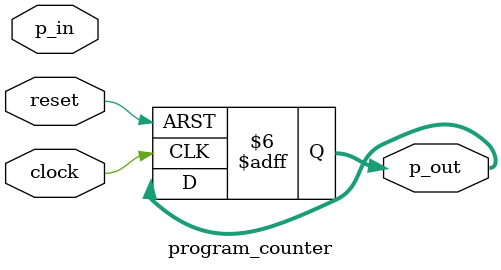
<source format=v>
module program_counter(
    input clock,
    input reset,
    input [31:0] p_in,
    output reg [31:0] p_out
);

    always @(posedge clock or posedge reset) begin
        if(reset==1'b1) begin
            p_out <= 32'b0;
        end
        else begin
            p_in <= p_out;
        end
    end

endmodule
</source>
